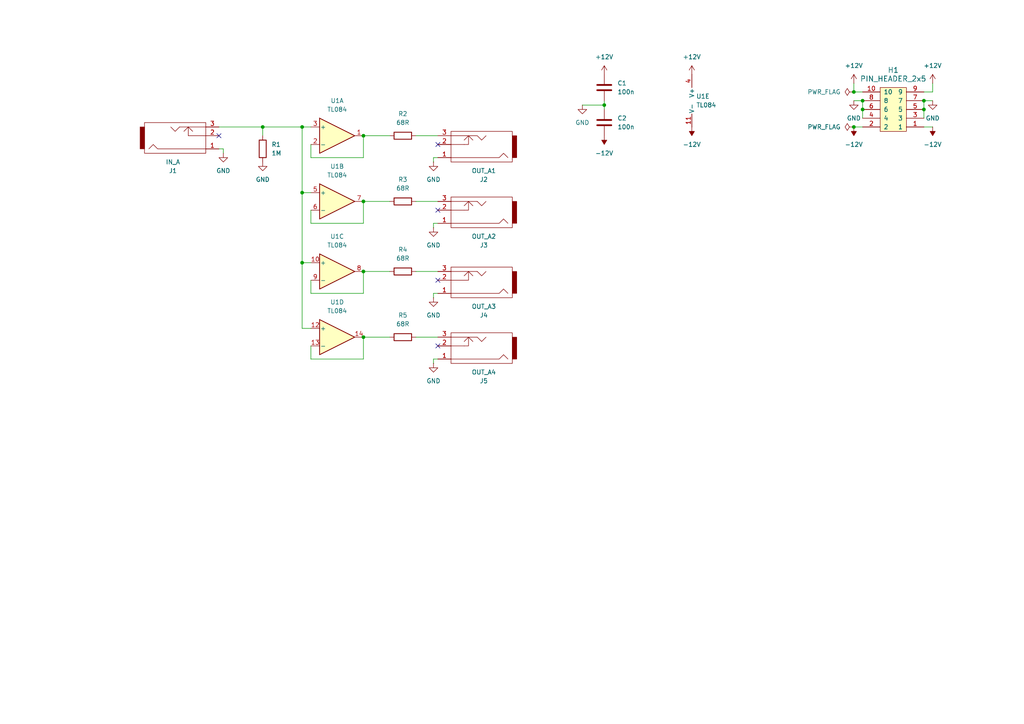
<source format=kicad_sch>
(kicad_sch (version 20231120) (generator "eeschema") (generator_version "8.0")
  (paper "A4")
  (lib_symbols
    (symbol "Amplifier_Operational:TL084" (pin_names (offset 0.127))
      (property "Reference" "U" (at 0 5.08 0))
      (property "Value" "TL084" (at 0 -5.08 0))
      (symbol "TL084_1_1"
        (polyline (pts (xy -5.08 5.08) (xy 5.08 0) (xy -5.08 -5.08) (xy -5.08 5.08)) (stroke (width 0.254)) (fill (type background)))
        (pin output line (at 7.62 0 180) (length 2.54) (name "~") (number "1"))
        (pin input line (at -7.62 -2.54 0) (length 2.54) (name "-") (number "2"))
        (pin input line (at -7.62 2.54 0) (length 2.54) (name "+") (number "3"))
      )
      (symbol "TL084_2_1"
        (polyline (pts (xy -5.08 5.08) (xy 5.08 0) (xy -5.08 -5.08) (xy -5.08 5.08)) (stroke (width 0.254)) (fill (type background)))
        (pin input line (at -7.62 2.54 0) (length 2.54) (name "+") (number "5"))
        (pin input line (at -7.62 -2.54 0) (length 2.54) (name "-") (number "6"))
        (pin output line (at 7.62 0 180) (length 2.54) (name "~") (number "7"))
      )
      (symbol "TL084_3_1"
        (polyline (pts (xy -5.08 5.08) (xy 5.08 0) (xy -5.08 -5.08) (xy -5.08 5.08)) (stroke (width 0.254)) (fill (type background)))
        (pin input line (at -7.62 2.54 0) (length 2.54) (name "+") (number "10"))
        (pin output line (at 7.62 0 180) (length 2.54) (name "~") (number "8"))
        (pin input line (at -7.62 -2.54 0) (length 2.54) (name "-") (number "9"))
      )
      (symbol "TL084_4_1"
        (polyline (pts (xy -5.08 5.08) (xy 5.08 0) (xy -5.08 -5.08) (xy -5.08 5.08)) (stroke (width 0.254)) (fill (type background)))
        (pin input line (at -7.62 2.54 0) (length 2.54) (name "+") (number "12"))
        (pin input line (at -7.62 -2.54 0) (length 2.54) (name "-") (number "13"))
        (pin output line (at 7.62 0 180) (length 2.54) (name "~") (number "14"))
      )
      (symbol "TL084_5_1"
        (pin power_in line (at -2.54 -7.62 90) (length 3.81) (name "V-") (number "11"))
        (pin power_in line (at -2.54 7.62 270) (length 3.81) (name "V+") (number "4"))
      )
    )
    (symbol "Device:C" (pin_numbers hide) (pin_names (offset 0.254))
      (property "Reference" "C" (at 0.635 2.54 0))
      (property "Value" "C" (at 0.635 -2.54 0))
      (symbol "C_0_1"
        (polyline (pts (xy -2.032 -0.762) (xy 2.032 -0.762)) (stroke (width 0.508)))
        (polyline (pts (xy -2.032 0.762) (xy 2.032 0.762)) (stroke (width 0.508)))
      )
      (symbol "C_1_1"
        (pin passive line (at 0 3.81 270) (length 2.794) (name "~") (number "1"))
        (pin passive line (at 0 -3.81 90) (length 2.794) (name "~") (number "2"))
      )
    )
    (symbol "Device:R" (pin_numbers hide) (pin_names (offset 0))
      (property "Reference" "R" (at 2.032 0 90))
      (property "Value" "R" (at 0 0 90))
      (symbol "R_0_1"
        (rectangle (start -1.016 -2.54) (end 1.016 2.54) (stroke (width 0.254)))
      )
      (symbol "R_1_1"
        (pin passive line (at 0 3.81 270) (length 1.27) (name "~") (number "1"))
        (pin passive line (at 0 -3.81 90) (length 1.27) (name "~") (number "2"))
      )
    )
    (symbol "eurocad:PIN_HEADER_2x5" (pin_names (offset 1.016))
      (property "Reference" "H" (at 0 -7.62 0))
      (property "Value" "PIN_HEADER_2x5" (at 0 7.62 0))
      (symbol "PIN_HEADER_2x5_0_1"
        (rectangle (start -3.81 6.35) (end 3.81 -6.35) (fill (type background)))
      )
      (symbol "PIN_HEADER_2x5_1_1"
        (pin bidirectional line (at -8.89 5.08 0) (length 5.08) (name "1") (number "1"))
        (pin bidirectional line (at 8.89 -5.08 180) (length 5.08) (name "10") (number "10"))
        (pin bidirectional line (at 8.89 5.08 180) (length 5.08) (name "2") (number "2"))
        (pin bidirectional line (at -8.89 2.54 0) (length 5.08) (name "3") (number "3"))
        (pin bidirectional line (at 8.89 2.54 180) (length 5.08) (name "4") (number "4"))
        (pin bidirectional line (at -8.89 0 0) (length 5.08) (name "5") (number "5"))
        (pin bidirectional line (at 8.89 0 180) (length 5.08) (name "6") (number "6"))
        (pin bidirectional line (at -8.89 -2.54 0) (length 5.08) (name "7") (number "7"))
        (pin bidirectional line (at 8.89 -2.54 180) (length 5.08) (name "8") (number "8"))
        (pin bidirectional line (at -8.89 -5.08 0) (length 5.08) (name "9") (number "9"))
      )
    )
    (symbol "eurocad:PJ301M-12" (pin_names (offset 1.016))
      (property "Reference" "J" (at -8.89 -5.08 0))
      (property "Value" "PJ301M-12" (at -3.81 6.35 0))
      (symbol "PJ301M-12_0_1"
        (rectangle (start -11.43 3.81) (end -10.16 -2.54) (fill (type outline)))
        (polyline (pts (xy 3.81 0) (xy 7.62 0) (xy 7.62 0)))
        (polyline (pts (xy 0 -2.54) (xy -1.27 -1.27) (xy -2.54 -2.54) (xy -2.54 -2.54)))
        (polyline (pts (xy 0 -2.54) (xy 7.62 -2.54) (xy 7.62 -2.54) (xy 7.62 -2.54)))
        (polyline (pts (xy 1.27 -1.27) (xy 2.54 -2.54) (xy 3.81 -1.27) (xy 3.81 -1.27)))
        (polyline (pts (xy 3.81 0) (xy 2.54 0) (xy 2.54 -2.54) (xy 2.54 -2.54)))
        (polyline (pts (xy 7.62 3.81) (xy -6.35 3.81) (xy -7.62 2.54) (xy -8.89 3.81) (xy -8.89 3.81)))
        (rectangle (start 7.62 -3.81) (end -10.16 5.08))
      )
      (symbol "PJ301M-12_1_1"
        (pin passive line (at 11.43 3.81 180) (length 3.81) (name "~") (number "1"))
        (pin passive line (at 11.43 0 180) (length 3.81) (name "~") (number "2"))
        (pin passive line (at 11.43 -2.54 180) (length 3.81) (name "~") (number "3"))
      )
    )
    (symbol "power:+12V" (power) (pin_numbers hide) (pin_names (offset 0) hide)
      (property "Value" "+12V" (at 0 3.556 0))
      (symbol "+12V_0_1"
        (polyline (pts (xy -0.762 1.27) (xy 0 2.54)))
        (polyline (pts (xy 0 0) (xy 0 2.54)))
        (polyline (pts (xy 0 2.54) (xy 0.762 1.27)))
      )
      (symbol "+12V_1_1"
        (pin power_in line (at 0 0 90) (length 0) (name "~") (number "1"))
      )
    )
    (symbol "power:-12V" (power) (pin_numbers hide) (pin_names (offset 0) hide)
      (property "Value" "-12V" (at 0 3.556 0))
      (symbol "-12V_0_0"
        (pin power_in line (at 0 0 90) (length 0) (name "~") (number "1"))
      )
      (symbol "-12V_0_1"
        (polyline (pts (xy 0 0) (xy 0 1.27) (xy 0.762 1.27) (xy 0 2.54) (xy -0.762 1.27) (xy 0 1.27)) (fill (type outline)))
      )
    )
    (symbol "power:GND" (power) (pin_numbers hide) (pin_names (offset 0) hide)
      (property "Value" "GND" (at 0 -3.81 0))
      (symbol "GND_0_1"
        (polyline (pts (xy 0 0) (xy 0 -1.27) (xy 1.27 -1.27) (xy 0 -2.54) (xy -1.27 -1.27) (xy 0 -1.27)))
      )
      (symbol "GND_1_1"
        (pin power_in line (at 0 0 270) (length 0) (name "~") (number "1"))
      )
    )
    (symbol "power:PWR_FLAG" (power) (pin_numbers hide) (pin_names (offset 0) hide)
      (property "Value" "PWR_FLAG" (at 0 3.81 0))
      (symbol "PWR_FLAG_0_0"
        (pin power_out line (at 0 0 90) (length 0) (name "~") (number "1"))
      )
      (symbol "PWR_FLAG_0_1"
        (polyline (pts (xy 0 0) (xy 0 1.27) (xy -1.016 1.905) (xy 0 2.54) (xy 1.016 1.905) (xy 0 1.27)))
      )
    )
  )
  (junction (at 105.41 78.74))
  (junction (at 267.97 31.75))
  (junction (at 87.63 36.83))
  (junction (at 87.63 76.2))
  (junction (at 250.19 31.75))
  (junction (at 247.65 26.67))
  (junction (at 105.41 97.79))
  (junction (at 267.97 29.21))
  (junction (at 105.41 39.37))
  (junction (at 87.63 55.88))
  (junction (at 247.65 36.83))
  (junction (at 76.2 36.83))
  (junction (at 105.41 58.42))
  (junction (at 175.26 30.48))
  (junction (at 250.19 29.21))
  (no_connect (at 127 60.96))
  (no_connect (at 127 41.91))
  (no_connect (at 63.5 39.37))
  (no_connect (at 127 100.33))
  (no_connect (at 127 81.28))
  (wire (pts (xy 125.73 45.72) (xy 125.73 46.99)))
  (wire (pts (xy 90.17 104.14) (xy 90.17 100.33)))
  (wire (pts (xy 168.91 30.48) (xy 175.26 30.48)))
  (wire (pts (xy 127 104.14) (xy 125.73 104.14)))
  (wire (pts (xy 267.97 26.67) (xy 270.51 26.67)))
  (wire (pts (xy 87.63 55.88) (xy 87.63 36.83)))
  (wire (pts (xy 64.77 43.18) (xy 64.77 44.45)))
  (wire (pts (xy 105.41 58.42) (xy 105.41 64.77)))
  (wire (pts (xy 105.41 39.37) (xy 113.03 39.37)))
  (wire (pts (xy 247.65 29.21) (xy 250.19 29.21)))
  (wire (pts (xy 76.2 36.83) (xy 87.63 36.83)))
  (wire (pts (xy 105.41 97.79) (xy 105.41 104.14)))
  (wire (pts (xy 90.17 55.88) (xy 87.63 55.88)))
  (wire (pts (xy 250.19 29.21) (xy 250.19 31.75)))
  (wire (pts (xy 120.65 78.74) (xy 127 78.74)))
  (wire (pts (xy 63.5 36.83) (xy 76.2 36.83)))
  (wire (pts (xy 125.73 104.14) (xy 125.73 105.41)))
  (wire (pts (xy 87.63 76.2) (xy 87.63 55.88)))
  (wire (pts (xy 247.65 36.83) (xy 250.19 36.83)))
  (wire (pts (xy 127 64.77) (xy 125.73 64.77)))
  (wire (pts (xy 267.97 36.83) (xy 270.51 36.83)))
  (wire (pts (xy 90.17 45.72) (xy 105.41 45.72)))
  (wire (pts (xy 90.17 64.77) (xy 90.17 60.96)))
  (wire (pts (xy 127 45.72) (xy 125.73 45.72)))
  (wire (pts (xy 125.73 85.09) (xy 125.73 86.36)))
  (wire (pts (xy 105.41 39.37) (xy 105.41 45.72)))
  (wire (pts (xy 267.97 29.21) (xy 267.97 31.75)))
  (wire (pts (xy 120.65 39.37) (xy 127 39.37)))
  (wire (pts (xy 175.26 29.21) (xy 175.26 30.48)))
  (wire (pts (xy 120.65 58.42) (xy 127 58.42)))
  (wire (pts (xy 105.41 58.42) (xy 113.03 58.42)))
  (wire (pts (xy 87.63 95.25) (xy 87.63 76.2)))
  (wire (pts (xy 90.17 41.91) (xy 90.17 45.72)))
  (wire (pts (xy 127 85.09) (xy 125.73 85.09)))
  (wire (pts (xy 90.17 76.2) (xy 87.63 76.2)))
  (wire (pts (xy 105.41 97.79) (xy 113.03 97.79)))
  (wire (pts (xy 105.41 78.74) (xy 105.41 85.09)))
  (wire (pts (xy 105.41 64.77) (xy 90.17 64.77)))
  (wire (pts (xy 247.65 26.67) (xy 247.65 24.13)))
  (wire (pts (xy 63.5 43.18) (xy 64.77 43.18)))
  (wire (pts (xy 105.41 104.14) (xy 90.17 104.14)))
  (wire (pts (xy 105.41 78.74) (xy 113.03 78.74)))
  (wire (pts (xy 270.51 26.67) (xy 270.51 24.13)))
  (wire (pts (xy 250.19 26.67) (xy 247.65 26.67)))
  (wire (pts (xy 125.73 64.77) (xy 125.73 66.04)))
  (wire (pts (xy 90.17 85.09) (xy 90.17 81.28)))
  (wire (pts (xy 175.26 30.48) (xy 175.26 31.75)))
  (wire (pts (xy 105.41 85.09) (xy 90.17 85.09)))
  (wire (pts (xy 90.17 95.25) (xy 87.63 95.25)))
  (wire (pts (xy 87.63 36.83) (xy 90.17 36.83)))
  (wire (pts (xy 267.97 29.21) (xy 270.51 29.21)))
  (wire (pts (xy 120.65 97.79) (xy 127 97.79)))
  (wire (pts (xy 250.19 31.75) (xy 250.19 34.29)))
  (wire (pts (xy 76.2 36.83) (xy 76.2 39.37)))
  (wire (pts (xy 267.97 31.75) (xy 267.97 34.29)))
  (symbol (lib_id "Device:R") (at 116.84 58.42 90) (unit 1)
    (property "Reference" "R3" (at 116.84 52.07 90))
    (property "Value" "68R" (at 116.84 54.61 90))
    (property "Footprint" "Resistor_THT:R_Axial_DIN0207_L6.3mm_D2.5mm_P2.54mm_Vertical" (effects (hide yes)))
    (property "Description" "Resistor" (effects (hide yes)))
  )
  (symbol (lib_id "Device:R") (at 116.84 78.74 90) (unit 1)
    (property "Reference" "R4" (at 116.84 72.39 90))
    (property "Value" "68R" (at 116.84 74.93 90))
    (property "Footprint" "Resistor_THT:R_Axial_DIN0207_L6.3mm_D2.5mm_P2.54mm_Vertical" (effects (hide yes)))
    (property "Description" "Resistor" (effects (hide yes)))
  )
  (symbol (lib_id "power:GND") (at 125.73 46.99 0) (unit 1)
    (property "Reference" "#PWR03" (effects (hide yes)))
    (property "Value" "GND" (at 125.73 52.07 0))
    (property "Description" "Power symbol creates a global label with name \"GND\" , ground" (effects (hide yes)))
  )
  (symbol (lib_id "power:-12V") (at 175.26 39.37 180) (unit 1)
    (property "Reference" "#PWR09" (effects (hide yes)))
    (property "Value" "-12V" (at 175.26 44.45 0))
    (property "Description" "Power symbol creates a global label with name \"-12V\"" (effects (hide yes)))
  )
  (symbol (lib_id "eurocad:PJ301M-12") (at 52.07 39.37 0) (mirror x) (unit 1)
    (property "Reference" "J1" (at 50.165 49.53 0))
    (property "Value" "IN_A" (at 50.165 46.99 0))
    (property "Footprint" "Eurocad:PJ301M-12" (effects (hide yes)))
  )
  (symbol (lib_id "power:-12V") (at 247.65 36.83 180) (unit 1)
    (property "Reference" "#PWR014" (effects (hide yes)))
    (property "Value" "-12V" (at 247.65 41.91 0))
    (property "Description" "Power symbol creates a global label with name \"-12V\"" (effects (hide yes)))
  )
  (symbol (lib_id "Amplifier_Operational:TL084") (at 97.79 78.74 0) (unit 3)
    (property "Reference" "U1" (at 97.79 68.58 0))
    (property "Value" "TL084" (at 97.79 71.12 0))
    (property "Footprint" "Package_DIP:DIP-14_W7.62mm_Socket" (effects (hide yes)))
    (property "Datasheet" "http://www.ti.com/lit/ds/symlink/tl081.pdf" (effects (hide yes)))
    (property "Description" "Quad JFET-Input Operational Amplifiers, DIP-14/SOIC-14/SSOP-14" (effects (hide yes)))
  )
  (symbol (lib_id "power:+12V") (at 270.51 24.13 0) (unit 1)
    (property "Reference" "#PWR015" (effects (hide yes)))
    (property "Value" "+12V" (at 270.51 19.05 0))
    (property "Description" "Power symbol creates a global label with name \"+12V\"" (effects (hide yes)))
  )
  (symbol (lib_id "power:GND") (at 125.73 105.41 0) (unit 1)
    (property "Reference" "#PWR06" (effects (hide yes)))
    (property "Value" "GND" (at 125.73 110.49 0))
    (property "Description" "Power symbol creates a global label with name \"GND\" , ground" (effects (hide yes)))
  )
  (symbol (lib_id "power:PWR_FLAG") (at 247.65 26.67 90) (unit 1)
    (property "Reference" "#FLG01" (effects (hide yes)))
    (property "Value" "PWR_FLAG" (at 243.84 26.6699 90) (effects (justify left)))
    (property "Description" "Special symbol for telling ERC where power comes from" (effects (hide yes)))
  )
  (symbol (lib_id "Amplifier_Operational:TL084") (at 97.79 97.79 0) (unit 4)
    (property "Reference" "U1" (at 97.79 87.63 0))
    (property "Value" "TL084" (at 97.79 90.17 0))
    (property "Footprint" "Package_DIP:DIP-14_W7.62mm_Socket" (effects (hide yes)))
    (property "Datasheet" "http://www.ti.com/lit/ds/symlink/tl081.pdf" (effects (hide yes)))
    (property "Description" "Quad JFET-Input Operational Amplifiers, DIP-14/SOIC-14/SSOP-14" (effects (hide yes)))
  )
  (symbol (lib_id "eurocad:PJ301M-12") (at 138.43 41.91 180) (unit 1)
    (property "Reference" "J2" (at 140.335 52.07 0))
    (property "Value" "OUT_A1" (at 140.335 49.53 0))
    (property "Footprint" "Eurocad:PJ301M-12" (effects (hide yes)))
  )
  (symbol (lib_id "Device:R") (at 76.2 43.18 0) (unit 1)
    (property "Reference" "R1" (at 78.74 41.9099 0) (effects (justify left)))
    (property "Value" "1M" (at 78.74 44.4499 0) (effects (justify left)))
    (property "Footprint" "Resistor_THT:R_Axial_DIN0207_L6.3mm_D2.5mm_P2.54mm_Vertical" (effects (hide yes)))
    (property "Description" "Resistor" (effects (hide yes)))
  )
  (symbol (lib_id "power:+12V") (at 247.65 24.13 0) (unit 1)
    (property "Reference" "#PWR012" (effects (hide yes)))
    (property "Value" "+12V" (at 247.65 19.05 0))
    (property "Description" "Power symbol creates a global label with name \"+12V\"" (effects (hide yes)))
  )
  (symbol (lib_id "power:GND") (at 125.73 66.04 0) (unit 1)
    (property "Reference" "#PWR04" (effects (hide yes)))
    (property "Value" "GND" (at 125.73 71.12 0))
    (property "Description" "Power symbol creates a global label with name \"GND\" , ground" (effects (hide yes)))
  )
  (symbol (lib_id "power:GND") (at 64.77 44.45 0) (unit 1)
    (property "Reference" "#PWR01" (effects (hide yes)))
    (property "Value" "GND" (at 64.77 49.53 0))
    (property "Description" "Power symbol creates a global label with name \"GND\" , ground" (effects (hide yes)))
  )
  (symbol (lib_id "eurocad:PIN_HEADER_2x5") (at 259.08 31.75 180) (unit 1)
    (property "Reference" "H1" (at 259.08 20.32 0) (effects (font (size 1.524 1.524))))
    (property "Value" "PIN_HEADER_2x5" (at 259.08 22.86 0) (effects (font (size 1.524 1.524))))
    (property "Footprint" "Connector_PinHeader_2.54mm:PinHeader_2x05_P2.54mm_Vertical" (effects (hide yes)))
  )
  (symbol (lib_id "power:GND") (at 168.91 30.48 0) (unit 1)
    (property "Reference" "#PWR07" (effects (hide yes)))
    (property "Value" "GND" (at 168.91 35.56 0))
    (property "Description" "Power symbol creates a global label with name \"GND\" , ground" (effects (hide yes)))
  )
  (symbol (lib_id "power:GND") (at 76.2 46.99 0) (unit 1)
    (property "Reference" "#PWR02" (effects (hide yes)))
    (property "Value" "GND" (at 76.2 52.07 0))
    (property "Description" "Power symbol creates a global label with name \"GND\" , ground" (effects (hide yes)))
  )
  (symbol (lib_id "eurocad:PJ301M-12") (at 138.43 100.33 180) (unit 1)
    (property "Reference" "J5" (at 140.335 110.49 0))
    (property "Value" "OUT_A4" (at 140.335 107.95 0))
    (property "Footprint" "Eurocad:PJ301M-12" (effects (hide yes)))
  )
  (symbol (lib_id "power:+12V") (at 200.66 21.59 0) (unit 1)
    (property "Reference" "#PWR010" (effects (hide yes)))
    (property "Value" "+12V" (at 200.66 16.51 0))
    (property "Description" "Power symbol creates a global label with name \"+12V\"" (effects (hide yes)))
  )
  (symbol (lib_id "Device:C") (at 175.26 35.56 0) (unit 1)
    (property "Reference" "C2" (at 179.07 34.2899 0) (effects (justify left)))
    (property "Value" "100n" (at 179.07 36.8299 0) (effects (justify left)))
    (property "Footprint" "Capacitor_THT:C_Disc_D4.7mm_W2.5mm_P5.00mm" (effects (hide yes)))
    (property "Description" "Unpolarized capacitor" (effects (hide yes)))
  )
  (symbol (lib_id "Amplifier_Operational:TL084") (at 97.79 39.37 0) (unit 1)
    (property "Reference" "U1" (at 97.79 29.21 0))
    (property "Value" "TL084" (at 97.79 31.75 0))
    (property "Footprint" "Package_DIP:DIP-14_W7.62mm_Socket" (effects (hide yes)))
    (property "Datasheet" "http://www.ti.com/lit/ds/symlink/tl081.pdf" (effects (hide yes)))
    (property "Description" "Quad JFET-Input Operational Amplifiers, DIP-14/SOIC-14/SSOP-14" (effects (hide yes)))
  )
  (symbol (lib_id "power:GND") (at 270.51 29.21 0) (unit 1)
    (property "Reference" "#PWR016" (effects (hide yes)))
    (property "Value" "GND" (at 270.51 34.29 0))
    (property "Description" "Power symbol creates a global label with name \"GND\" , ground" (effects (hide yes)))
  )
  (symbol (lib_id "Device:R") (at 116.84 39.37 90) (unit 1)
    (property "Reference" "R2" (at 116.84 33.02 90))
    (property "Value" "68R" (at 116.84 35.56 90))
    (property "Footprint" "Resistor_THT:R_Axial_DIN0207_L6.3mm_D2.5mm_P2.54mm_Vertical" (effects (hide yes)))
    (property "Description" "Resistor" (effects (hide yes)))
  )
  (symbol (lib_id "power:PWR_FLAG") (at 247.65 36.83 90) (unit 1)
    (property "Reference" "#FLG02" (effects (hide yes)))
    (property "Value" "PWR_FLAG" (at 243.84 36.8299 90) (effects (justify left)))
    (property "Description" "Special symbol for telling ERC where power comes from" (effects (hide yes)))
  )
  (symbol (lib_id "power:+12V") (at 175.26 21.59 0) (unit 1)
    (property "Reference" "#PWR08" (effects (hide yes)))
    (property "Value" "+12V" (at 175.26 16.51 0))
    (property "Description" "Power symbol creates a global label with name \"+12V\"" (effects (hide yes)))
  )
  (symbol (lib_id "eurocad:PJ301M-12") (at 138.43 81.28 180) (unit 1)
    (property "Reference" "J4" (at 140.335 91.44 0))
    (property "Value" "OUT_A3" (at 140.335 88.9 0))
    (property "Footprint" "Eurocad:PJ301M-12" (effects (hide yes)))
  )
  (symbol (lib_id "power:-12V") (at 270.51 36.83 180) (unit 1)
    (property "Reference" "#PWR017" (effects (hide yes)))
    (property "Value" "-12V" (at 270.51 41.91 0))
    (property "Description" "Power symbol creates a global label with name \"-12V\"" (effects (hide yes)))
  )
  (symbol (lib_id "power:GND") (at 247.65 29.21 0) (unit 1)
    (property "Reference" "#PWR013" (effects (hide yes)))
    (property "Value" "GND" (at 247.65 34.29 0))
    (property "Description" "Power symbol creates a global label with name \"GND\" , ground" (effects (hide yes)))
  )
  (symbol (lib_id "Amplifier_Operational:TL084") (at 203.2 29.21 0) (unit 5)
    (property "Reference" "U1" (at 201.93 27.9399 0) (effects (justify left)))
    (property "Value" "TL084" (at 201.93 30.4799 0) (effects (justify left)))
    (property "Footprint" "Package_DIP:DIP-14_W7.62mm_Socket" (effects (hide yes)))
    (property "Datasheet" "http://www.ti.com/lit/ds/symlink/tl081.pdf" (effects (hide yes)))
    (property "Description" "Quad JFET-Input Operational Amplifiers, DIP-14/SOIC-14/SSOP-14" (effects (hide yes)))
  )
  (symbol (lib_id "Device:R") (at 116.84 97.79 90) (unit 1)
    (property "Reference" "R5" (at 116.84 91.44 90))
    (property "Value" "68R" (at 116.84 93.98 90))
    (property "Footprint" "Resistor_THT:R_Axial_DIN0207_L6.3mm_D2.5mm_P2.54mm_Vertical" (effects (hide yes)))
    (property "Description" "Resistor" (effects (hide yes)))
  )
  (symbol (lib_id "power:GND") (at 125.73 86.36 0) (unit 1)
    (property "Reference" "#PWR05" (effects (hide yes)))
    (property "Value" "GND" (at 125.73 91.44 0))
    (property "Description" "Power symbol creates a global label with name \"GND\" , ground" (effects (hide yes)))
  )
  (symbol (lib_id "eurocad:PJ301M-12") (at 138.43 60.96 180) (unit 1)
    (property "Reference" "J3" (at 140.335 71.12 0))
    (property "Value" "OUT_A2" (at 140.335 68.58 0))
    (property "Footprint" "Eurocad:PJ301M-12" (effects (hide yes)))
  )
  (symbol (lib_id "Amplifier_Operational:TL084") (at 97.79 58.42 0) (unit 2)
    (property "Reference" "U1" (at 97.79 48.26 0))
    (property "Value" "TL084" (at 97.79 50.8 0))
    (property "Footprint" "Package_DIP:DIP-14_W7.62mm_Socket" (effects (hide yes)))
    (property "Datasheet" "http://www.ti.com/lit/ds/symlink/tl081.pdf" (effects (hide yes)))
    (property "Description" "Quad JFET-Input Operational Amplifiers, DIP-14/SOIC-14/SSOP-14" (effects (hide yes)))
  )
  (symbol (lib_id "power:-12V") (at 200.66 36.83 180) (unit 1)
    (property "Reference" "#PWR011" (effects (hide yes)))
    (property "Value" "-12V" (at 200.66 41.91 0))
    (property "Description" "Power symbol creates a global label with name \"-12V\"" (effects (hide yes)))
  )
  (symbol (lib_id "Device:C") (at 175.26 25.4 0) (unit 1)
    (property "Reference" "C1" (at 179.07 24.1299 0) (effects (justify left)))
    (property "Value" "100n" (at 179.07 26.6699 0) (effects (justify left)))
    (property "Footprint" "Capacitor_THT:C_Disc_D4.7mm_W2.5mm_P5.00mm" (effects (hide yes)))
    (property "Description" "Unpolarized capacitor" (effects (hide yes)))
  )
)
</source>
